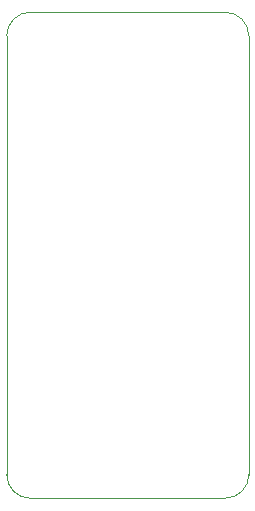
<source format=gbr>
%TF.GenerationSoftware,KiCad,Pcbnew,(6.0.8)*%
%TF.CreationDate,2023-05-03T15:07:48+02:00*%
%TF.ProjectId,Floppy Board v3.1,466c6f70-7079-4204-926f-617264207633,3.0*%
%TF.SameCoordinates,Original*%
%TF.FileFunction,Profile,NP*%
%FSLAX46Y46*%
G04 Gerber Fmt 4.6, Leading zero omitted, Abs format (unit mm)*
G04 Created by KiCad (PCBNEW (6.0.8)) date 2023-05-03 15:07:48*
%MOMM*%
%LPD*%
G01*
G04 APERTURE LIST*
%TA.AperFunction,Profile*%
%ADD10C,0.100000*%
%TD*%
G04 APERTURE END LIST*
D10*
X151812000Y-110808000D02*
X151812000Y-73660000D01*
X153812000Y-71660000D02*
X170312000Y-71660000D01*
X170312000Y-112808000D02*
G75*
G03*
X172312000Y-110808000I0J2000000D01*
G01*
X151812000Y-110808000D02*
G75*
G03*
X153812000Y-112808000I2000000J0D01*
G01*
X153812000Y-71660000D02*
G75*
G03*
X151812000Y-73660000I0J-2000000D01*
G01*
X170312000Y-112808000D02*
X153812000Y-112808000D01*
X172312000Y-73660000D02*
G75*
G03*
X170312000Y-71660000I-2000000J0D01*
G01*
X172312000Y-73660000D02*
X172312000Y-110808000D01*
M02*

</source>
